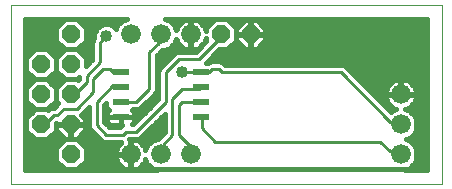
<source format=gtl>
G75*
%MOIN*%
%OFA0B0*%
%FSLAX25Y25*%
%IPPOS*%
%LPD*%
%AMOC8*
5,1,8,0,0,1.08239X$1,22.5*
%
%ADD10C,0.00000*%
%ADD11C,0.06600*%
%ADD12R,0.05512X0.01969*%
%ADD13OC8,0.06000*%
%ADD14C,0.01600*%
%ADD15C,0.01000*%
%ADD16C,0.04000*%
D10*
X0001800Y0001800D02*
X0001800Y0061761D01*
X0145501Y0061761D01*
X0145501Y0001800D01*
X0001800Y0001800D01*
D11*
X0041800Y0011800D03*
X0051800Y0011800D03*
X0061800Y0011800D03*
X0131800Y0011800D03*
X0131800Y0021800D03*
X0131800Y0031800D03*
X0061800Y0051800D03*
X0051800Y0051800D03*
X0041800Y0051800D03*
D12*
X0038398Y0039300D03*
X0038398Y0034339D03*
X0038398Y0029339D03*
X0038398Y0024339D03*
X0065202Y0024300D03*
X0065202Y0029300D03*
X0065202Y0034300D03*
X0065202Y0039300D03*
D13*
X0071800Y0051800D03*
X0081800Y0051800D03*
X0021800Y0051800D03*
X0021800Y0041800D03*
X0011800Y0041800D03*
X0011800Y0031800D03*
X0021800Y0031800D03*
X0021800Y0021800D03*
X0011800Y0021800D03*
X0021800Y0011800D03*
D14*
X0016800Y0011391D02*
X0006600Y0011391D01*
X0006600Y0009793D02*
X0016800Y0009793D01*
X0016800Y0009729D02*
X0019729Y0006800D01*
X0023871Y0006800D01*
X0026800Y0009729D01*
X0026800Y0013871D01*
X0023871Y0016800D01*
X0019729Y0016800D01*
X0016800Y0013871D01*
X0016800Y0009729D01*
X0018335Y0008194D02*
X0006600Y0008194D01*
X0006600Y0006600D02*
X0006600Y0056961D01*
X0040409Y0056961D01*
X0038798Y0056293D01*
X0037307Y0054802D01*
X0036882Y0053775D01*
X0035966Y0054691D01*
X0034496Y0055300D01*
X0032904Y0055300D01*
X0031434Y0054691D01*
X0030309Y0053566D01*
X0029700Y0052096D01*
X0029700Y0050836D01*
X0029381Y0050516D01*
X0029000Y0049597D01*
X0029000Y0043536D01*
X0026800Y0041336D01*
X0026800Y0043871D01*
X0023871Y0046800D01*
X0026800Y0049729D01*
X0026800Y0053871D01*
X0023871Y0056800D01*
X0019729Y0056800D01*
X0016800Y0053871D01*
X0016800Y0049729D01*
X0019729Y0046800D01*
X0023871Y0046800D01*
X0019729Y0046800D01*
X0016800Y0043871D01*
X0013871Y0046800D01*
X0009729Y0046800D01*
X0006800Y0043871D01*
X0006800Y0039729D01*
X0009729Y0036800D01*
X0006800Y0033871D01*
X0006800Y0029729D01*
X0009729Y0026800D01*
X0013871Y0026800D01*
X0016800Y0029729D01*
X0016800Y0033871D01*
X0013871Y0036800D01*
X0009729Y0036800D01*
X0013871Y0036800D01*
X0016800Y0039729D01*
X0016800Y0043871D01*
X0016800Y0039729D01*
X0019729Y0036800D01*
X0016800Y0033871D01*
X0016800Y0029729D01*
X0017647Y0028882D01*
X0016164Y0027400D01*
X0015603Y0027400D01*
X0014684Y0027019D01*
X0014168Y0026503D01*
X0013871Y0026800D01*
X0009729Y0026800D01*
X0006800Y0023871D01*
X0006800Y0019729D01*
X0009729Y0016800D01*
X0013871Y0016800D01*
X0016800Y0019729D01*
X0016800Y0022064D01*
X0017000Y0022264D01*
X0017000Y0022000D01*
X0021600Y0022000D01*
X0021600Y0021600D01*
X0022000Y0021600D01*
X0022000Y0022000D01*
X0026600Y0022000D01*
X0026600Y0023788D01*
X0025312Y0025076D01*
X0025919Y0025684D01*
X0027900Y0027664D01*
X0027900Y0021103D01*
X0028281Y0020184D01*
X0031581Y0016884D01*
X0032284Y0016181D01*
X0033203Y0015800D01*
X0038629Y0015800D01*
X0038478Y0015690D01*
X0037910Y0015122D01*
X0037438Y0014473D01*
X0037074Y0013758D01*
X0036826Y0012994D01*
X0036700Y0012201D01*
X0036700Y0012000D01*
X0041600Y0012000D01*
X0041600Y0016900D01*
X0041399Y0016900D01*
X0041324Y0016888D01*
X0041336Y0016900D01*
X0044097Y0016900D01*
X0045016Y0017281D01*
X0053200Y0025464D01*
X0053200Y0019336D01*
X0050984Y0017119D01*
X0050964Y0017100D01*
X0050746Y0017100D01*
X0048798Y0016293D01*
X0047307Y0014802D01*
X0046679Y0013287D01*
X0046526Y0013758D01*
X0046162Y0014473D01*
X0045690Y0015122D01*
X0045122Y0015690D01*
X0044473Y0016162D01*
X0043758Y0016526D01*
X0042994Y0016774D01*
X0042201Y0016900D01*
X0042000Y0016900D01*
X0042000Y0012000D01*
X0041600Y0012000D01*
X0041600Y0011600D01*
X0042000Y0011600D01*
X0042000Y0006700D01*
X0042201Y0006700D01*
X0042994Y0006826D01*
X0043758Y0007074D01*
X0044473Y0007438D01*
X0045122Y0007910D01*
X0045690Y0008478D01*
X0046162Y0009127D01*
X0046526Y0009842D01*
X0046679Y0010313D01*
X0047307Y0008798D01*
X0048798Y0007307D01*
X0050504Y0006600D01*
X0006600Y0006600D01*
X0006600Y0012990D02*
X0016800Y0012990D01*
X0017517Y0014588D02*
X0006600Y0014588D01*
X0006600Y0016187D02*
X0019116Y0016187D01*
X0019812Y0017000D02*
X0021600Y0017000D01*
X0021600Y0021600D01*
X0017000Y0021600D01*
X0017000Y0019812D01*
X0019812Y0017000D01*
X0019027Y0017785D02*
X0014856Y0017785D01*
X0016455Y0019384D02*
X0017428Y0019384D01*
X0017000Y0020982D02*
X0016800Y0020982D01*
X0021600Y0020982D02*
X0022000Y0020982D01*
X0022000Y0021600D02*
X0022000Y0017000D01*
X0023788Y0017000D01*
X0026600Y0019812D01*
X0026600Y0021600D01*
X0022000Y0021600D01*
X0022000Y0019384D02*
X0021600Y0019384D01*
X0021600Y0017785D02*
X0022000Y0017785D01*
X0024573Y0017785D02*
X0030679Y0017785D01*
X0032278Y0016187D02*
X0024484Y0016187D01*
X0026083Y0014588D02*
X0037522Y0014588D01*
X0036825Y0012990D02*
X0026800Y0012990D01*
X0026800Y0011391D02*
X0036701Y0011391D01*
X0036700Y0011399D02*
X0036826Y0010606D01*
X0037074Y0009842D01*
X0037438Y0009127D01*
X0037910Y0008478D01*
X0038478Y0007910D01*
X0039127Y0007438D01*
X0039842Y0007074D01*
X0040606Y0006826D01*
X0041399Y0006700D01*
X0041600Y0006700D01*
X0041600Y0011600D01*
X0036700Y0011600D01*
X0036700Y0011399D01*
X0037099Y0009793D02*
X0026800Y0009793D01*
X0025265Y0008194D02*
X0038193Y0008194D01*
X0041600Y0008194D02*
X0042000Y0008194D01*
X0041800Y0006800D02*
X0136800Y0006800D01*
X0136800Y0031800D01*
X0131800Y0031800D01*
X0132000Y0032000D02*
X0131600Y0032000D01*
X0131600Y0036900D01*
X0131399Y0036900D01*
X0130606Y0036774D01*
X0129842Y0036526D01*
X0129127Y0036162D01*
X0128478Y0035690D01*
X0127910Y0035122D01*
X0127438Y0034473D01*
X0127074Y0033758D01*
X0126826Y0032994D01*
X0126700Y0032201D01*
X0126700Y0032000D01*
X0131600Y0032000D01*
X0131600Y0031600D01*
X0126700Y0031600D01*
X0126700Y0031399D01*
X0126826Y0030606D01*
X0127074Y0029842D01*
X0127438Y0029127D01*
X0127910Y0028478D01*
X0128478Y0027910D01*
X0129127Y0027438D01*
X0129842Y0027074D01*
X0130313Y0026921D01*
X0128798Y0026293D01*
X0128520Y0026015D01*
X0113919Y0040616D01*
X0113216Y0041319D01*
X0112297Y0041700D01*
X0073236Y0041700D01*
X0073219Y0041716D01*
X0072516Y0042419D01*
X0071597Y0042800D01*
X0068403Y0042800D01*
X0067484Y0042419D01*
X0067349Y0042284D01*
X0066720Y0042284D01*
X0071236Y0046800D01*
X0073871Y0046800D01*
X0076800Y0049729D01*
X0076800Y0053871D01*
X0073871Y0056800D01*
X0069729Y0056800D01*
X0066800Y0053871D01*
X0066800Y0052833D01*
X0066774Y0052994D01*
X0066526Y0053758D01*
X0066162Y0054473D01*
X0065690Y0055122D01*
X0065122Y0055690D01*
X0064473Y0056162D01*
X0063758Y0056526D01*
X0062994Y0056774D01*
X0062201Y0056900D01*
X0062000Y0056900D01*
X0062000Y0052000D01*
X0061600Y0052000D01*
X0061600Y0056900D01*
X0061399Y0056900D01*
X0060606Y0056774D01*
X0059842Y0056526D01*
X0059127Y0056162D01*
X0058478Y0055690D01*
X0057910Y0055122D01*
X0057438Y0054473D01*
X0057074Y0053758D01*
X0056921Y0053287D01*
X0056293Y0054802D01*
X0054802Y0056293D01*
X0053191Y0056961D01*
X0140701Y0056961D01*
X0140701Y0006600D01*
X0133096Y0006600D01*
X0134802Y0007307D01*
X0136293Y0008798D01*
X0137100Y0010746D01*
X0137100Y0012854D01*
X0136293Y0014802D01*
X0134802Y0016293D01*
X0133578Y0016800D01*
X0134802Y0017307D01*
X0136293Y0018798D01*
X0137100Y0020746D01*
X0137100Y0022854D01*
X0136293Y0024802D01*
X0134802Y0026293D01*
X0133287Y0026921D01*
X0133758Y0027074D01*
X0134473Y0027438D01*
X0135122Y0027910D01*
X0135690Y0028478D01*
X0136162Y0029127D01*
X0136526Y0029842D01*
X0136774Y0030606D01*
X0136900Y0031399D01*
X0136900Y0031600D01*
X0132000Y0031600D01*
X0132000Y0032000D01*
X0132000Y0036900D01*
X0132201Y0036900D01*
X0132994Y0036774D01*
X0133758Y0036526D01*
X0134473Y0036162D01*
X0135122Y0035690D01*
X0135690Y0035122D01*
X0136162Y0034473D01*
X0136526Y0033758D01*
X0136774Y0032994D01*
X0136900Y0032201D01*
X0136900Y0032000D01*
X0132000Y0032000D01*
X0132000Y0032172D02*
X0131600Y0032172D01*
X0131600Y0033770D02*
X0132000Y0033770D01*
X0132000Y0035369D02*
X0131600Y0035369D01*
X0128156Y0035369D02*
X0119167Y0035369D01*
X0120765Y0033770D02*
X0127080Y0033770D01*
X0126700Y0032172D02*
X0122364Y0032172D01*
X0123962Y0030573D02*
X0126836Y0030573D01*
X0127549Y0028975D02*
X0125561Y0028975D01*
X0127159Y0027376D02*
X0129248Y0027376D01*
X0134351Y0027376D02*
X0140701Y0027376D01*
X0140701Y0028975D02*
X0136051Y0028975D01*
X0136764Y0030573D02*
X0140701Y0030573D01*
X0140701Y0032172D02*
X0136900Y0032172D01*
X0136520Y0033770D02*
X0140701Y0033770D01*
X0140701Y0035369D02*
X0135444Y0035369D01*
X0140701Y0036967D02*
X0117568Y0036967D01*
X0115970Y0038566D02*
X0140701Y0038566D01*
X0140701Y0040164D02*
X0114371Y0040164D01*
X0140701Y0041763D02*
X0073173Y0041763D01*
X0067797Y0043361D02*
X0140701Y0043361D01*
X0140701Y0044960D02*
X0069395Y0044960D01*
X0070994Y0046558D02*
X0140701Y0046558D01*
X0140701Y0048157D02*
X0084945Y0048157D01*
X0083788Y0047000D02*
X0082000Y0047000D01*
X0082000Y0051600D01*
X0082000Y0052000D01*
X0086600Y0052000D01*
X0086600Y0053788D01*
X0083788Y0056600D01*
X0082000Y0056600D01*
X0082000Y0052000D01*
X0081600Y0052000D01*
X0081600Y0056600D01*
X0079812Y0056600D01*
X0077000Y0053788D01*
X0077000Y0052000D01*
X0081600Y0052000D01*
X0081600Y0051600D01*
X0082000Y0051600D01*
X0086600Y0051600D01*
X0086600Y0049812D01*
X0083788Y0047000D01*
X0082000Y0048157D02*
X0081600Y0048157D01*
X0081600Y0047000D02*
X0079812Y0047000D01*
X0077000Y0049812D01*
X0077000Y0051600D01*
X0081600Y0051600D01*
X0081600Y0047000D01*
X0078655Y0048157D02*
X0075228Y0048157D01*
X0076800Y0049755D02*
X0077056Y0049755D01*
X0077000Y0051354D02*
X0076800Y0051354D01*
X0076800Y0052952D02*
X0077000Y0052952D01*
X0077763Y0054551D02*
X0076120Y0054551D01*
X0074522Y0056149D02*
X0079361Y0056149D01*
X0081600Y0056149D02*
X0082000Y0056149D01*
X0084239Y0056149D02*
X0140701Y0056149D01*
X0140701Y0054551D02*
X0085837Y0054551D01*
X0086600Y0052952D02*
X0140701Y0052952D01*
X0140701Y0051354D02*
X0086600Y0051354D01*
X0086544Y0049755D02*
X0140701Y0049755D01*
X0140701Y0025778D02*
X0135318Y0025778D01*
X0136551Y0024179D02*
X0140701Y0024179D01*
X0140701Y0022581D02*
X0137100Y0022581D01*
X0137100Y0020982D02*
X0140701Y0020982D01*
X0140701Y0019384D02*
X0136536Y0019384D01*
X0135280Y0017785D02*
X0140701Y0017785D01*
X0140701Y0016187D02*
X0134909Y0016187D01*
X0136382Y0014588D02*
X0140701Y0014588D01*
X0140701Y0012990D02*
X0137044Y0012990D01*
X0137100Y0011391D02*
X0140701Y0011391D01*
X0140701Y0009793D02*
X0136705Y0009793D01*
X0135689Y0008194D02*
X0140701Y0008194D01*
X0056484Y0045719D02*
X0055781Y0045016D01*
X0051381Y0040616D01*
X0051000Y0039697D01*
X0051000Y0030336D01*
X0042564Y0021900D01*
X0042234Y0021900D01*
X0042260Y0021915D01*
X0042595Y0022250D01*
X0042832Y0022660D01*
X0042954Y0023118D01*
X0042954Y0024339D01*
X0038399Y0024339D01*
X0038399Y0024339D01*
X0038398Y0024339D02*
X0038398Y0021555D01*
X0038398Y0024339D01*
X0033843Y0024339D01*
X0033843Y0023118D01*
X0033965Y0022660D01*
X0034202Y0022250D01*
X0034537Y0021915D01*
X0034948Y0021678D01*
X0035406Y0021555D01*
X0038398Y0021555D01*
X0038970Y0021555D01*
X0038884Y0021519D01*
X0038181Y0020816D01*
X0038164Y0020800D01*
X0034736Y0020800D01*
X0032900Y0022636D01*
X0032900Y0028264D01*
X0033643Y0029007D01*
X0033643Y0027527D01*
X0034471Y0026698D01*
X0034202Y0026429D01*
X0033965Y0026018D01*
X0033843Y0025561D01*
X0033843Y0024339D01*
X0038398Y0024339D01*
X0038398Y0024339D01*
X0038398Y0024339D01*
X0038399Y0024339D02*
X0042954Y0024339D01*
X0042954Y0025561D01*
X0042832Y0026018D01*
X0042595Y0026429D01*
X0042326Y0026698D01*
X0042428Y0026800D01*
X0044097Y0026800D01*
X0045016Y0027181D01*
X0049416Y0031581D01*
X0050119Y0032284D01*
X0050500Y0033203D01*
X0050500Y0044764D01*
X0052236Y0046500D01*
X0052854Y0046500D01*
X0054802Y0047307D01*
X0056293Y0048798D01*
X0056921Y0050313D01*
X0057074Y0049842D01*
X0057438Y0049127D01*
X0057910Y0048478D01*
X0058478Y0047910D01*
X0059127Y0047438D01*
X0059842Y0047074D01*
X0060606Y0046826D01*
X0061399Y0046700D01*
X0061600Y0046700D01*
X0061600Y0051600D01*
X0062000Y0051600D01*
X0062000Y0046700D01*
X0062201Y0046700D01*
X0062994Y0046826D01*
X0063758Y0047074D01*
X0064473Y0047438D01*
X0065122Y0047910D01*
X0065690Y0048478D01*
X0066162Y0049127D01*
X0066526Y0049842D01*
X0066774Y0050606D01*
X0066800Y0050767D01*
X0066800Y0049729D01*
X0066947Y0049582D01*
X0063464Y0046100D01*
X0057403Y0046100D01*
X0056484Y0045719D01*
X0055724Y0044960D02*
X0050695Y0044960D01*
X0050500Y0043361D02*
X0054126Y0043361D01*
X0052527Y0041763D02*
X0050500Y0041763D01*
X0050500Y0040164D02*
X0051193Y0040164D01*
X0051000Y0038566D02*
X0050500Y0038566D01*
X0050500Y0036967D02*
X0051000Y0036967D01*
X0051000Y0035369D02*
X0050500Y0035369D01*
X0050500Y0033770D02*
X0051000Y0033770D01*
X0051000Y0032172D02*
X0050007Y0032172D01*
X0051000Y0030573D02*
X0048409Y0030573D01*
X0049639Y0028975D02*
X0046810Y0028975D01*
X0048041Y0027376D02*
X0045212Y0027376D01*
X0046442Y0025778D02*
X0042896Y0025778D01*
X0042954Y0024179D02*
X0044844Y0024179D01*
X0043245Y0022581D02*
X0042786Y0022581D01*
X0038398Y0022581D02*
X0038398Y0022581D01*
X0038398Y0024179D02*
X0038398Y0024179D01*
X0033843Y0024179D02*
X0032900Y0024179D01*
X0032900Y0025778D02*
X0033901Y0025778D01*
X0033793Y0027376D02*
X0032900Y0027376D01*
X0033610Y0028975D02*
X0033643Y0028975D01*
X0027900Y0027376D02*
X0027612Y0027376D01*
X0027900Y0025778D02*
X0026013Y0025778D01*
X0026209Y0024179D02*
X0027900Y0024179D01*
X0027900Y0022581D02*
X0026600Y0022581D01*
X0026600Y0020982D02*
X0027950Y0020982D01*
X0029081Y0019384D02*
X0026172Y0019384D01*
X0032955Y0022581D02*
X0034011Y0022581D01*
X0034553Y0020982D02*
X0038347Y0020982D01*
X0045521Y0017785D02*
X0051650Y0017785D01*
X0048691Y0016187D02*
X0044425Y0016187D01*
X0042000Y0016187D02*
X0041600Y0016187D01*
X0041600Y0014588D02*
X0042000Y0014588D01*
X0042000Y0012990D02*
X0041600Y0012990D01*
X0041800Y0011800D02*
X0041800Y0006800D01*
X0045407Y0008194D02*
X0047911Y0008194D01*
X0046895Y0009793D02*
X0046501Y0009793D01*
X0042000Y0009793D02*
X0041600Y0009793D01*
X0041600Y0011391D02*
X0042000Y0011391D01*
X0046078Y0014588D02*
X0047218Y0014588D01*
X0047119Y0019384D02*
X0053200Y0019384D01*
X0053200Y0020982D02*
X0048718Y0020982D01*
X0050316Y0022581D02*
X0053200Y0022581D01*
X0053200Y0024179D02*
X0051915Y0024179D01*
X0024600Y0036936D02*
X0024168Y0036503D01*
X0023871Y0036800D01*
X0019729Y0036800D01*
X0023871Y0036800D01*
X0024600Y0037529D01*
X0024600Y0036936D01*
X0024600Y0036967D02*
X0024038Y0036967D01*
X0019562Y0036967D02*
X0014038Y0036967D01*
X0015637Y0038566D02*
X0017963Y0038566D01*
X0016800Y0040164D02*
X0016800Y0040164D01*
X0016800Y0041763D02*
X0016800Y0041763D01*
X0016800Y0043361D02*
X0016800Y0043361D01*
X0015711Y0044960D02*
X0017889Y0044960D01*
X0019487Y0046558D02*
X0014113Y0046558D01*
X0018372Y0048157D02*
X0006600Y0048157D01*
X0006600Y0046558D02*
X0009487Y0046558D01*
X0007889Y0044960D02*
X0006600Y0044960D01*
X0006600Y0043361D02*
X0006800Y0043361D01*
X0006800Y0041763D02*
X0006600Y0041763D01*
X0006600Y0040164D02*
X0006800Y0040164D01*
X0006600Y0038566D02*
X0007963Y0038566D01*
X0006600Y0036967D02*
X0009562Y0036967D01*
X0008298Y0035369D02*
X0006600Y0035369D01*
X0006600Y0033770D02*
X0006800Y0033770D01*
X0006800Y0032172D02*
X0006600Y0032172D01*
X0006600Y0030573D02*
X0006800Y0030573D01*
X0006600Y0028975D02*
X0007554Y0028975D01*
X0006600Y0027376D02*
X0009153Y0027376D01*
X0008707Y0025778D02*
X0006600Y0025778D01*
X0006600Y0024179D02*
X0007108Y0024179D01*
X0006800Y0022581D02*
X0006600Y0022581D01*
X0006600Y0020982D02*
X0006800Y0020982D01*
X0006600Y0019384D02*
X0007145Y0019384D01*
X0006600Y0017785D02*
X0008744Y0017785D01*
X0014447Y0027376D02*
X0015545Y0027376D01*
X0016046Y0028975D02*
X0017554Y0028975D01*
X0016800Y0030573D02*
X0016800Y0030573D01*
X0016800Y0032172D02*
X0016800Y0032172D01*
X0016800Y0033770D02*
X0016800Y0033770D01*
X0015302Y0035369D02*
X0018298Y0035369D01*
X0026800Y0041763D02*
X0027227Y0041763D01*
X0026800Y0043361D02*
X0028826Y0043361D01*
X0029000Y0044960D02*
X0025711Y0044960D01*
X0024113Y0046558D02*
X0029000Y0046558D01*
X0029000Y0048157D02*
X0025228Y0048157D01*
X0026800Y0049755D02*
X0029065Y0049755D01*
X0029700Y0051354D02*
X0026800Y0051354D01*
X0026800Y0052952D02*
X0030055Y0052952D01*
X0031294Y0054551D02*
X0026120Y0054551D01*
X0024522Y0056149D02*
X0038654Y0056149D01*
X0037203Y0054551D02*
X0036106Y0054551D01*
X0019078Y0056149D02*
X0006600Y0056149D01*
X0006600Y0054551D02*
X0017480Y0054551D01*
X0016800Y0052952D02*
X0006600Y0052952D01*
X0006600Y0051354D02*
X0016800Y0051354D01*
X0016800Y0049755D02*
X0006600Y0049755D01*
X0052995Y0046558D02*
X0063923Y0046558D01*
X0065369Y0048157D02*
X0065521Y0048157D01*
X0066482Y0049755D02*
X0066800Y0049755D01*
X0062000Y0049755D02*
X0061600Y0049755D01*
X0061600Y0051354D02*
X0062000Y0051354D01*
X0062000Y0052952D02*
X0061600Y0052952D01*
X0061600Y0054551D02*
X0062000Y0054551D01*
X0062000Y0056149D02*
X0061600Y0056149D01*
X0059110Y0056149D02*
X0054946Y0056149D01*
X0056397Y0054551D02*
X0057495Y0054551D01*
X0064490Y0056149D02*
X0069078Y0056149D01*
X0067480Y0054551D02*
X0066105Y0054551D01*
X0066781Y0052952D02*
X0066800Y0052952D01*
X0057118Y0049755D02*
X0056690Y0049755D01*
X0055652Y0048157D02*
X0058231Y0048157D01*
X0061600Y0048157D02*
X0062000Y0048157D01*
X0081600Y0049755D02*
X0082000Y0049755D01*
X0082000Y0051354D02*
X0081600Y0051354D01*
X0081600Y0052952D02*
X0082000Y0052952D01*
X0082000Y0054551D02*
X0081600Y0054551D01*
D15*
X0072200Y0051300D02*
X0071800Y0051800D01*
X0072200Y0051300D02*
X0064500Y0043600D01*
X0057900Y0043600D01*
X0053500Y0039200D01*
X0053500Y0029300D01*
X0043600Y0019400D01*
X0040300Y0019400D01*
X0039200Y0018300D01*
X0033700Y0018300D01*
X0030400Y0021600D01*
X0030400Y0029300D01*
X0035900Y0034800D01*
X0038100Y0034800D01*
X0038398Y0034339D01*
X0032600Y0040300D02*
X0029300Y0037000D01*
X0029300Y0032600D01*
X0023800Y0027100D01*
X0019400Y0027100D01*
X0017200Y0024900D01*
X0016100Y0024900D01*
X0012800Y0021600D01*
X0011800Y0021800D01*
X0007300Y0029300D02*
X0006600Y0029300D01*
X0021800Y0031800D02*
X0022700Y0032600D01*
X0023800Y0032600D01*
X0027100Y0035900D01*
X0027100Y0038100D01*
X0031500Y0042500D01*
X0031500Y0049100D01*
X0033700Y0051300D01*
X0048000Y0045800D02*
X0051300Y0049100D01*
X0051300Y0051300D01*
X0051800Y0051800D01*
X0048000Y0045800D02*
X0048000Y0033700D01*
X0043600Y0029300D01*
X0039200Y0029300D01*
X0038398Y0029339D01*
X0055700Y0030400D02*
X0055700Y0018300D01*
X0052400Y0015000D01*
X0052400Y0012800D01*
X0051800Y0011800D01*
X0057900Y0018300D02*
X0061200Y0015000D01*
X0061200Y0012800D01*
X0061800Y0011800D01*
X0070000Y0016100D02*
X0125000Y0016100D01*
X0128300Y0012800D01*
X0131600Y0012800D01*
X0131800Y0011800D01*
X0131800Y0021800D02*
X0131600Y0022700D01*
X0128300Y0022700D01*
X0111800Y0039200D01*
X0072200Y0039200D01*
X0071100Y0040300D01*
X0068900Y0040300D01*
X0067800Y0039200D01*
X0065600Y0039200D01*
X0065202Y0039300D01*
X0064500Y0039200D01*
X0059000Y0039200D01*
X0064500Y0033700D02*
X0065202Y0034300D01*
X0064500Y0033700D02*
X0059000Y0033700D01*
X0055700Y0030400D01*
X0057900Y0028200D02*
X0059000Y0029300D01*
X0065202Y0029300D01*
X0057900Y0028200D02*
X0057900Y0018300D01*
X0065600Y0020500D02*
X0070000Y0016100D01*
X0065600Y0020500D02*
X0065600Y0023800D01*
X0065202Y0024300D01*
X0038398Y0039300D02*
X0038100Y0039200D01*
X0035900Y0039200D01*
X0034800Y0040300D01*
X0032600Y0040300D01*
D16*
X0033700Y0051300D03*
X0059000Y0039200D03*
M02*

</source>
